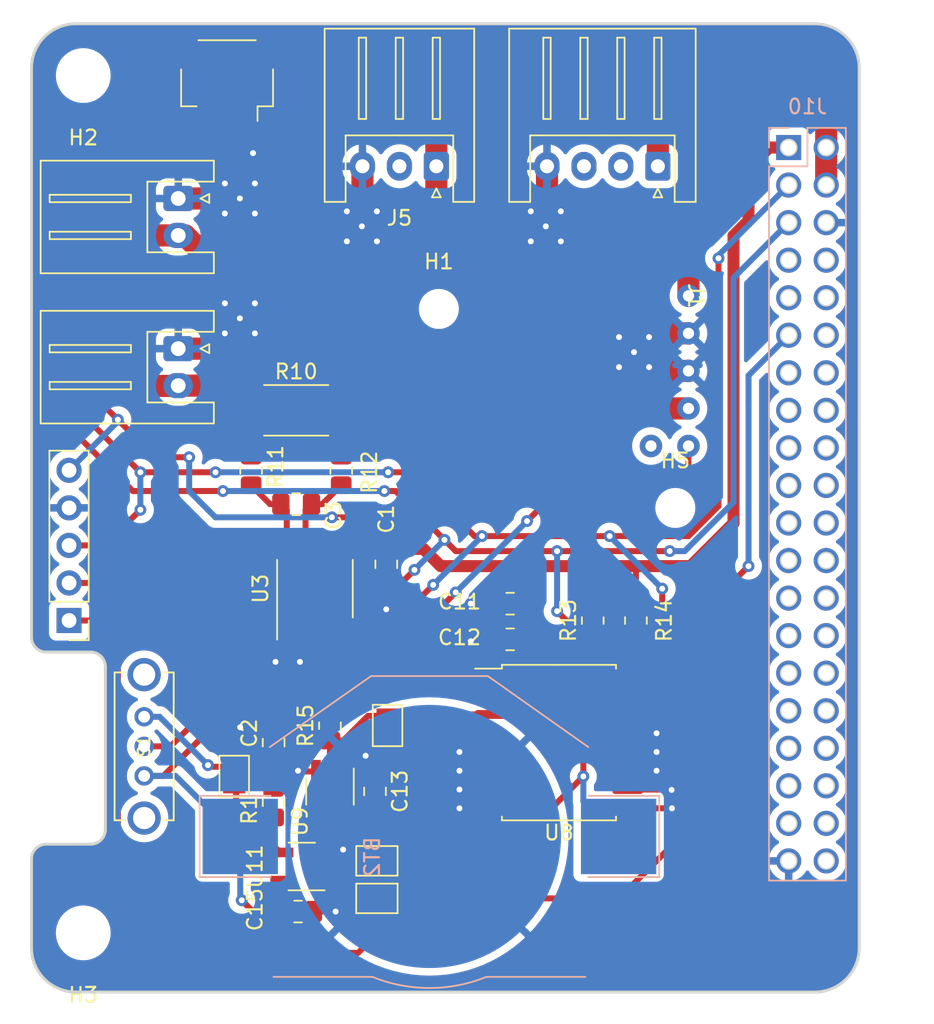
<source format=kicad_pcb>
(kicad_pcb (version 20220621) (generator pcbnew)
  (layers (0 "F.Cu" signal) (31 "B.Cu" signal) (34 "B.Paste" user) (35 "F.Paste" user) (36 "B.SilkS" user "B.Silkscreen") (37 "F.SilkS" user "F.Silkscreen") (38 "B.Mask" user) (39 "F.Mask" user) (44 "Edge.Cuts" user))
  (net 0 "")
  (net 1 "GND")
  (net 2 "+5V")
  (net 4 "VBUS")
  (net 5 "Net-(U3-IN-)")
  (net 6 "Net-(U3-IN+)")
  (net 8 "Net-(JP42-A)")
  (net 9 "/PowerTimer/INT")
  (net 10 "/PowerMonitor/VOUT")
  (net 11 "Vbat")
  (net 12 "Net-(JP2-B)")
  (net 13 "Net-(JP2-A)")
  (net 16 "/PowerTimer/NINT")
  (net 17 "/REG_EN")
  (net 18 "Net-(JP3-B)")
  (net 19 "Net-(JP4-B)")
  (net 20 "/SDA")
  (net 21 "/SCL")
  (net 22 "/HOLD")
  (net 56 "BATT_IN")
  (footprint "Package_SO:SOIC-16W_7.5x10.3mm_P1.27mm" (layer "F.Cu") (at 160.655 114.3)
    (fp_text reference "U8")
    (fp_text value "DS3231M")
  )
  (footprint "EG1213:SW_EG1213" (layer "F.Cu") (at 132.588 114.554 90)
    (fp_text reference "S1")
    (fp_text value "EG1213")
  )
  (footprint "Resistor_SMD:R_2512_6332Metric_Pad1.40x3.35mm_HandSolder" (layer "F.Cu") (at 142.875 91.821)
    (fp_text reference "R10")
    (fp_text value "0.15")
  )
  (footprint "MountingHole:MountingHole_2.2mm_M2" (layer "F.Cu") (at 152.527 84.963)
    (fp_text reference "H1")
    (fp_text value "MountingHole")
  )
  (footprint "Capacitor_SMD:C_0805_2012Metric_Pad1.18x1.45mm_HandSolder" (layer "F.Cu") (at 141.351 114.3 90)
    (fp_text reference "C2")
    (fp_text value "10uF")
  )
  (footprint "Resistor_SMD:R_0805_2012Metric_Pad1.20x1.40mm_HandSolder" (layer "F.Cu") (at 145.161 113.157 -90)
    (fp_text reference "R15")
    (fp_text value "10k")
  )
  (footprint "Resistor_SMD:R_0805_2012Metric_Pad1.20x1.40mm_HandSolder" (layer "F.Cu") (at 165.862 106.045 90)
    (fp_text reference "R14")
    (fp_text value "10k")
  )
  (footprint "Package_TO_SOT_SMD:SOT-23-5_HandSoldering" (layer "F.Cu") (at 145.161 117.602 -90)
    (fp_text reference "U9")
    (fp_text value "74LVC1GU04")
  )
  (footprint "MountingHole:MountingHole_2.2mm_M2" (layer "F.Cu") (at 168.529 98.425)
    (fp_text reference "H5")
    (fp_text value "MountingHole")
  )
  (footprint "Capacitor_SMD:C_0805_2012Metric_Pad1.18x1.45mm_HandSolder" (layer "F.Cu") (at 148.971 102.235 90)
    (fp_text reference "C1")
    (fp_text value "0.1uf")
  )
  (footprint "Connector_JST:JST_XH_S3B-XH-A_1x03_P2.50mm_Horizontal" (layer "F.Cu") (at 152.36 75.311 180)
    (fp_text reference "J5")
    (fp_text value "Conn_01x03")
  )
  (footprint "Connector_JST:JST_XH_S2B-XH-A_1x02_P2.50mm_Horizontal" (layer "F.Cu") (at 134.895 87.65 -90)
    (fp_text reference "J4" hide)
    (fp_text value "Conn_01x02_Male")
  )
  (footprint "Jumper:SolderJumper-2_P1.3mm_Bridged_Pad1.0x1.5mm" (layer "F.Cu") (at 149.0585 113.142 90)
    (fp_text reference "JP42" hide)
    (fp_text value "SolderJumper_2_Bridged")
  )
  (footprint "MountingHole:MountingHole_3.2mm_M3" (layer "F.Cu") (at 128.468 127.174 180)
    (fp_text reference "H3")
    (fp_text value "MountingHole")
  )
  (footprint "MountingHole:MountingHole_3.2mm_M3" (layer "F.Cu") (at 128.468 69.174 180)
    (fp_text reference "H2")
    (fp_text value "MountingHole")
  )
  (footprint "Jumper:SolderJumper-2_P1.3mm_Open_Pad1.0x1.5mm" (layer "F.Cu") (at 148.336 122.301 180)
    (fp_text reference "JP4" hide)
    (fp_text value "SolderJumper_2_Open")
  )
  (footprint "Connector_JST:JST_SH_SM04B-SRSS-TB_1x04-1MP_P1.00mm_Horizontal" (layer "F.Cu") (at 138.2 69.469 180)
    (fp_text reference "J6" hide)
    (fp_text value "Conn_01x04")
  )
  (footprint "Capacitor_SMD:C_0805_2012Metric_Pad1.18x1.45mm_HandSolder" (layer "F.Cu") (at 143.002 125.73 180)
    (fp_text reference "C15")
    (fp_text value ".1uf")
  )
  (footprint "Package_SO:SOIC-8_3.9x4.9mm_P1.27mm" (layer "F.Cu") (at 144.145 103.886 90)
    (fp_text reference "U3")
    (fp_text value "INA219AxD")
  )
  (footprint "Jumper:SolderJumper-2_P1.3mm_Open_Pad1.0x1.5mm" (layer "F.Cu") (at 148.336 124.841 180)
    (fp_text reference "JP3" hide)
    (fp_text value "SolderJumper_2_Open")
  )
  (footprint "Connector_PinHeader_2.54mm:PinHeader_1x05_P2.54mm_Vertical" (layer "F.Cu") (at 127.508 106.04 180)
    (fp_text reference "J2" hide)
    (fp_text value "Conn_01x05")
  )
  (footprint "ADAFRUIT_QT_PY:Pololu-3782" (layer "F.Cu") (at 169.418 84.074 -90)
    (fp_text reference "J1")
    (fp_text value "Pololu-3782")
  )
  (footprint "Jumper:SolderJumper-2_P1.3mm_Open_Pad1.0x1.5mm" (layer "F.Cu") (at 138.684 116.586 90)
    (fp_text reference "JP2" hide)
    (fp_text value "SolderJumper_2_Open")
  )
  (footprint "Resistor_SMD:R_0805_2012Metric_Pad1.20x1.40mm_HandSolder" (layer "F.Cu") (at 139.827 95.885 -90)
    (fp_text reference "R11")
    (fp_text value "10")
  )
  (footprint "Capacitor_SMD:C_0805_2012Metric_Pad1.18x1.45mm_HandSolder" (layer "F.Cu") (at 148.209 117.602 -90)
    (fp_text reference "C13")
    (fp_text value ".1uf")
  )
  (footprint "Resistor_SMD:R_0805_2012Metric_Pad1.20x1.40mm_HandSolder" (layer "F.Cu") (at 162.941 106.045 90)
    (fp_text reference "R13")
    (fp_text value "10k")
  )
  (footprint "Connector_JST:JST_XH_S2B-XH-A_1x02_P2.50mm_Horizontal" (layer "F.Cu") (at 134.895 77.49 -90)
    (fp_text reference "J7" hide)
    (fp_text value "Conn_01x02_Male")
  )
  (footprint "Resistor_SMD:R_0805_2012Metric_Pad1.20x1.40mm_HandSolder" (layer "F.Cu") (at 141.351 118.364 90)
    (fp_text reference "R1")
    (fp_text value "120k")
  )
  (footprint "Resistor_SMD:R_0805_2012Metric_Pad1.20x1.40mm_HandSolder" (layer "F.Cu") (at 145.923 95.885 -90)
    (fp_text reference "R12")
    (fp_text value "10")
  )
  (footprint "Capacitor_SMD:C_0805_2012Metric_Pad1.18x1.45mm_HandSolder" (layer "F.Cu") (at 142.875 98.171 180)
    (fp_text reference "C3")
    (fp_text value "100n")
  )
  (footprint "Connector_JST:JST_XH_S4B-XH-A_1x04_P2.50mm_Horizontal" (layer "F.Cu") (at 167.346 75.311 180)
    (fp_text reference "J8" hide)
    (fp_text value "Conn_01x04")
  )
  (footprint "Capacitor_SMD:C_0805_2012Metric_Pad1.18x1.45mm_HandSolder" (layer "F.Cu") (at 157.353 107.315 180)
    (fp_text reference "C12")
    (fp_text value ".1uf")
  )
  (footprint "Package_TO_SOT_SMD:SOT-23-5_HandSoldering" (layer "F.Cu") (at 143.256 122.682 180)
    (fp_text reference "U11")
    (fp_text value "SN74AUP1G32")
  )
  (footprint "Capacitor_SMD:C_0805_2012Metric_Pad1.18x1.45mm_HandSolder" (layer "F.Cu") (at 157.353 104.902 180)
    (fp_text reference "C11")
    (fp_text value "10uF")
  )
  (footprint "Connector_PinSocket_2.54mm:PinSocket_2x20_P2.54mm_Vertical" (layer "B.Cu") (at 176.198 74.044 180)
    (fp_text reference "J10")
    (fp_text value "Conn_02x20_Odd_Even")
  )
  (footprint "Battery:BatteryHolder_Keystone_3002_1x2032" (layer "B.Cu") (at 151.892 120.65)
    (fp_text reference "BT2")
    (fp_text value "Battery_Cell")
  )
  (gr_circle (center 176.198 76.584) (end 176.698 76.584) (stroke (width 0.2)) (fill none) (layer "Edge.Cuts"))
  (gr_circle (center 178.738 99.444) (end 179.238 99.444) (stroke (width 0.2)) (fill none) (layer "Edge.Cuts"))
  (gr_circle (center 176.198 117.224) (end 176.698 117.224) (stroke (width 0.2)) (fill none) (layer "Edge.Cuts"))
  (gr_line (start 125.968 108.174) (end 128.968 108.174) (stroke (width 0.2)) (layer "Edge.Cuts"))
  (gr_circle (center 176.198 84.204) (end 176.698 84.204) (stroke (width 0.2)) (fill none) (layer "Edge.Cuts"))
  (gr_line (start 177.968 65.674) (end 127.968 65.674) (stroke (width 0.2)) (layer "Edge.Cuts"))
  (gr_arc (start 127.968 131.174) (mid 125.84668 130.29532) (end 124.968 128.174) (stroke (width 0.2)) (layer "Edge.Cuts"))
  (gr_circle (center 176.198 122.304) (end 176.698 122.304) (stroke (width 0.2)) (fill none) (layer "Edge.Cuts"))
  (gr_circle (center 176.198 99.444) (end 176.698 99.444) (stroke (width 0.2)) (fill none) (layer "Edge.Cuts"))
  (gr_circle (center 178.738 84.204) (end 179.238 84.204) (stroke (width 0.2)) (fill none) (layer "Edge.Cuts"))
  (gr_circle (center 178.738 122.304) (end 179.238 122.304) (stroke (width 0.2)) (fill none) (layer "Edge.Cuts"))
  (gr_circle (center 178.738 94.364) (end 179.238 94.364) (stroke (width 0.2)) (fill none) (layer "Edge.Cuts"))
  (gr_arc (start 124.968 68.674) (mid 125.84668 66.55268) (end 127.968 65.674) (stroke (width 0.2)) (layer "Edge.Cuts"))
  (gr_circle (center 176.198 104.524) (end 176.698 104.524) (stroke (width 0.2)) (fill none) (layer "Edge.Cuts"))
  (gr_circle (center 178.738 76.584) (end 179.238 76.584) (stroke (width 0.2)) (fill none) (layer "Edge.Cuts"))
  (gr_circle (center 178.738 112.144) (end 179.238 112.144) (stroke (width 0.2)) (fill none) (layer "Edge.Cuts"))
  (gr_circle (center 176.198 107.064) (end 176.698 107.064) (stroke (width 0.2)) (fill none) (layer "Edge.Cuts"))
  (gr_circle (center 178.738 74.044) (end 179.238 74.044) (stroke (width 0.2)) (fill none) (layer "Edge.Cuts"))
  (gr_circle (center 176.198 101.984) (end 176.698 101.984) (stroke (width 0.2)) (fill none) (layer "Edge.Cuts"))
  (gr_circle (center 176.198 86.744) (end 176.698 86.744) (stroke (width 0.2)) (fill none) (layer "Edge.Cuts"))
  (gr_arc (start 180.968 128.174) (mid 180.08932 130.29532) (end 177.968 131.174) (stroke (width 0.2)) (layer "Edge.Cuts"))
  (gr_circle (center 178.738 114.684) (end 179.238 114.684) (stroke (width 0.2)) (fill none) (layer "Edge.Cuts"))
  (gr_circle (center 176.198 114.684) (end 176.698 114.684) (stroke (width 0.2)) (fill none) (layer "Edge.Cuts"))
  (gr_circle (center 176.198 112.144) (end 176.698 112.144) (stroke (width 0.2)) (fill none) (layer "Edge.Cuts"))
  (gr_circle (center 176.198 79.124) (end 176.698 79.124) (stroke (width 0.2)) (fill none) (layer "Edge.Cuts"))
  (gr_circle (center 176.198 96.904) (end 176.698 96.904) (stroke (width 0.2)) (fill none) (layer "Edge.Cuts"))
  (gr_circle (center 176.198 81.664) (end 176.698 81.664) (stroke (width 0.2)) (fill none) (layer "Edge.Cuts"))
  (gr_circle (center 178.738 109.604) (end 179.238 109.604) (stroke (width 0.2)) (fill none) (layer "Edge.Cuts"))
  (gr_circle (center 178.738 119.764) (end 179.238 119.764) (stroke (width 0.2)) (fill none) (layer "Edge.Cuts"))
  (gr_circle (center 178.738 91.824) (end 179.238 91.824) (stroke (width 0.2)) (fill none) (layer "Edge.Cuts"))
  (gr_circle (center 178.738 107.064) (end 179.238 107.064) (stroke (width 0.2)) (fill none) (layer "Edge.Cuts"))
  (gr_arc (start 177.968 65.674) (mid 180.08932 66.55268) (end 180.968 68.674) (stroke (width 0.2)) (layer "Edge.Cuts"))
  (gr_arc (start 125.968 108.174) (mid 125.260893 107.881107) (end 124.968 107.174) (stroke (width 0.2)) (layer "Edge.Cuts"))
  (gr_arc (start 128.968 108.174) (mid 129.675107 108.466893) (end 129.968 109.174) (stroke (width 0.2)) (layer "Edge.Cuts"))
  (gr_circle (center 178.738 104.524) (end 179.238 104.524) (stroke (width 0.2)) (fill none) (layer "Edge.Cuts"))
  (gr_circle (center 178.738 117.224) (end 179.238 117.224) (stroke (width 0.2)) (fill none) (layer "Edge.Cuts"))
  (gr_circle (center 176.198 91.824) (end 176.698 91.824) (stroke (width 0.2)) (fill none) (layer "Edge.Cuts"))
  (gr_circle (center 178.738 89.284) (end 179.238 89.284) (stroke (width 0.2)) (fill none) (layer "Edge.Cuts"))
  (gr_circle (center 178.738 79.124) (end 179.238 79.124) (stroke (width 0.2)) (fill none) (layer "Edge.Cuts"))
  (gr_circle (center 178.738 96.904) (end 179.238 96.904) (stroke (width 0.2)) (fill none) (layer "Edge.Cuts"))
  (gr_line (start 180.968 128.174) (end 180.968 68.674) (stroke (width 0.2)) (layer "Edge.Cuts"))
  (gr_circle (center 176.198 109.604) (end 176.698 109.604) (stroke (width 0.2)) (fill none) (layer "Edge.Cuts"))
  (gr_line (start 124.968 68.674) (end 124.968 107.174) (stroke (width 0.2)) (layer "Edge.Cuts"))
  (gr_line (start 128.968 121.174) (end 125.968 121.174) (stroke (width 0.2)) (layer "Edge.Cuts"))
  (gr_line (start 129.968 109.174) (end 129.968 120.174) (stroke (width 0.2)) (layer "Edge.Cuts"))
  (gr_circle (center 176.198 119.764) (end 176.698 119.764) (stroke (width 0.2)) (fill none) (layer "Edge.Cuts"))
  (gr_line (start 124.968 122.174) (end 124.968 128.174) (stroke (width 0.2)) (layer "Edge.Cuts"))
  (gr_circle (center 176.198 89.284) (end 176.698 89.284) (stroke (width 0.2)) (fill none) (layer "Edge.Cuts"))
  (gr_circle (center 178.738 86.744) (end 179.238 86.744) (stroke (width 0.2)) (fill none) (layer "Edge.Cuts"))
  (gr_arc (start 124.968 122.174) (mid 125.260893 121.466893) (end 125.968 121.174) (stroke (width 0.2)) (layer "Edge.Cuts"))
  (gr_circle (center 178.738 81.664) (end 179.238 81.664) (stroke (width 0.2)) (fill none) (layer "Edge.Cuts"))
  (gr_circle (center 128.468 127.174) (end 127.118 127.174) (stroke (width 0.2)) (fill none) (layer "Edge.Cuts"))
  (gr_arc (start 129.968 120.174) (mid 129.675107 120.881107) (end 128.968 121.174) (stroke (width 0.2)) (layer "Edge.Cuts"))
  (gr_circle (center 176.198 94.364) (end 176.698 94.364) (stroke (width 0.2)) (fill none) (layer "Edge.Cuts"))
  (gr_circle (center 178.738 101.984) (end 179.238 101.984) (stroke (width 0.2)) (fill none) (layer "Edge.Cuts"))
  (gr_line (start 127.968 131.174) (end 177.968 131.174) (stroke (width 0.2)) (layer "Edge.Cuts"))
  (gr_circle (center 176.198 74.044) (end 176.698 74.044) (stroke (width 0.2)) (fill none) (layer "Edge.Cuts"))
  (gr_circle (center 128.468 69.174) (end 127.118 69.174) (stroke (width 0.2)) (fill none) (layer "Edge.Cuts"))
  (segment (start 134.895 87.65) (end 137.013 87.65) (width 1.5) (layer "F.Cu") (net 1))
  (segment (start 169.418 86.614) (end 167.005 86.614) (width 1.5) (layer "F.Cu") (net 1))
  (segment (start 143.51 108.458) (end 143.129 108.839) (width 0.4064) (layer "F.Cu") (net 1))
  (segment (start 168.2496 117.475) (end 168.275 117.5004) (width 0.4064) (layer "F.Cu") (net 1))
  (segment (start 145.161 103.378) (end 148.8655 103.378) (width 0.4064) (layer "F.Cu") (net 1))
  (segment (start 156.3155 104.902) (end 154.686 104.902) (width 0.4064) (layer "F.Cu") (net 1))
  (segment (start 156.3155 104.902) (end 156.3155 107.315) (width 0.4064) (layer "F.Cu") (net 1))
  (segment (start 144.78 102.997) (end 145.161 103.378) (width 0.4064) (layer "F.Cu") (net 1))
  (segment (start 159.846 75.311) (end 159.846 79.295) (width 1.5) (layer "F.Cu") (net 1))
  (segment (start 165.305 117.475) (end 167.259 117.475) (width 0.4064) (layer "F.Cu") (net 1))
  (segment (start 156.005 117.475) (end 153.924 117.475) (width 0.4064) (layer "F.Cu") (net 1))
  (segment (start 137.013 87.65) (end 139.065 85.598) (width 1.5) (layer "F.Cu") (net 1))
  (segment (start 165.305 114.935) (end 167.259 114.935) (width 0.4064) (layer "F.Cu") (net 1))
  (segment (start 144.78 101.411) (end 144.78 102.997) (width 0.4064) (layer "F.Cu") (net 1))
  (segment (start 159.846 79.295) (end 159.766 79.375) (width 1.5) (layer "F.Cu") (net 1))
  (segment (start 144.0395 125.73) (end 145.542 125.73) (width 0.4064) (layer "F.Cu") (net 1))
  (segment (start 143.049 116.252) (end 143.002 116.205) (width 0.4064) (layer "F.Cu") (net 1))
  (segment (start 143.51 106.361) (end 143.51 108.458) (width 0.4064) (layer "F.Cu") (net 1))
  (segment (start 139.7 74.168) (end 139.954 74.422) (width 0.4064) (layer "F.Cu") (net 1))
  (segment (start 144.211 116.252) (end 143.049 116.252) (width 0.4064) (layer "F.Cu") (net 1))
  (segment (start 148.971 103.2725) (end 148.971 105.283) (width 0.4064) (layer "F.Cu") (net 1))
  (segment (start 156.005 116.205) (end 153.924 116.205) (width 0.4064) (layer "F.Cu") (net 1))
  (segment (start 148.8655 103.378) (end 148.971 103.2725) (width 0.4064) (layer "F.Cu") (net 1))
  (segment (start 165.305 118.745) (end 167.259 118.745) (width 0.4064) (layer "F.Cu") (net 1))
  (segment (start 142.24 106.361) (end 142.24 108.077) (width 0.4064) (layer "F.Cu") (net 1))
  (segment (start 167.005 89.154) (end 166.751 88.9) (width 1.5) (layer "F.Cu") (net 1))
  (segment (start 165.305 116.205) (end 167.259 116.205) (width 0.4064) (layer "F.Cu") (net 1))
  (segment (start 148.209 115.824) (end 147.574 115.189) (width 0.4064) (layer "F.Cu") (net 1))
  (segment (start 156.005 118.745) (end 153.924 118.745) (width 0.4064) (layer "F.Cu") (net 1))
  (segment (start 145.857 121.732) (end 146.05 121.539) (width 0.4064) (layer "F.Cu") (net 1))
  (segment (start 167.005 86.614) (end 166.751 86.868) (width 1.5) (layer "F.Cu") (net 1))
  (segment (start 167.259 118.745) (end 168.3004 118.745) (width 0.4064) (layer "F.Cu") (net 1))
  (segment (start 147.36 79.335) (end 147.32 79.375) (width 1.5) (layer "F.Cu") (net 1))
  (segment (start 167.259 117.475) (end 168.2496 117.475) (width 0.4064) (layer "F.Cu") (net 1))
  (segment (start 142.24 108.077) (end 141.478 108.839) (width 0.4064) (layer "F.Cu") (net 1))
  (segment (start 169.418 89.154) (end 167.005 89.154) (width 1.5) (layer "F.Cu") (net 1))
  (segment (start 134.895 77.49) (end 139.065 77.49) (width 1.5) (layer "F.Cu") (net 1))
  (segment (start 156.005 114.935) (end 153.924 114.935) (width 0.4064) (layer "F.Cu") (net 1))
  (segment (start 154.813 107.315) (end 154.686 107.442) (width 0.4064) (layer "F.Cu") (net 1))
  (segment (start 147.36 75.311) (end 147.36 79.335) (width 1.5) (layer "F.Cu") (net 1))
  (segment (start 148.209 116.5645) (end 148.209 115.824) (width 0.4064) (layer "F.Cu") (net 1))
  (segment (start 141.351 113.2625) (end 139.0865 113.2625) (width 0.4064) (layer "F.Cu") (net 1))
  (segment (start 144.606 121.732) (end 145.857 121.732) (width 0.4064) (layer "F.Cu") (net 1))
  (segment (start 139.7 71.469) (end 139.7 74.168) (width 0.4064) (layer "F.Cu") (net 1))
  (segment (start 165.305 113.665) (end 167.259 113.665) (width 0.4064) (layer "F.Cu") (net 1))
  (segment (start 156.3155 107.315) (end 154.813 107.315) (width 0.4064) (layer "F.Cu") (net 1))
  (via (at 146.05 121.539) (size 0.8) (drill 0.4) (layers "F.Cu" "B.Cu") (net 1))
  (via (at 148.336 78.359) (size 0.8) (drill 0.4) (layers "F.Cu" "B.Cu") (net 1))
  (via (at 167.259 116.205) (size 0.8) (drill 0.4) (layers "F.Cu" "B.Cu") (net 1))
  (via (at 165.735 87.884) (size 0.8) (drill 0.4) (layers "F.Cu" "B.Cu") (net 1))
  (via (at 158.75 78.359) (size 0.8) (drill 0.4) (layers "F.Cu" "B.Cu") (net 1))
  (via (at 145.542 125.73) (size 0.8) (drill 0.4) (layers "F.Cu" "B.Cu") (net 1))
  (via (at 154.686 104.902) (size 0.8) (drill 0.4) (layers "F.Cu" "B.Cu") (net 1))
  (via (at 166.751 88.9) (size 0.8) (drill 0.4) (layers "F.Cu" "B.Cu") (net 1))
  (via (at 153.924 118.745) (size 0.8) (drill 0.4) (layers "F.Cu" "B.Cu") (net 1))
  (via (at 160.782 80.391) (size 0.8) (drill 0.4) (layers "F.Cu" "B.Cu") (net 1))
  (via (at 168.3004 118.745) (size 0.8) (drill 0.4) (layers "F.Cu" "B.Cu") (net 1))
  (via (at 140.081 84.582) (size 0.8) (drill 0.4) (layers "F.Cu" "B.Cu") (net 1))
  (via (at 160.782 78.359) (size 0.8) (drill 0.4) (layers "F.Cu" "B.Cu") (net 1))
  (via (at 167.259 113.665) (size 0.8) (drill 0.4) (layers "F.Cu" "B.Cu") (net 1))
  (via (at 143.129 108.839) (size 0.8) (drill 0.4) (layers "F.Cu" "B.Cu") (net 1))
  (via (at 140.081 76.474) (size 0.8) (drill 0.4) (layers "F.Cu" "B.Cu") (net 1))
  (via (at 153.924 116.205) (size 0.8) (drill 0.4) (layers "F.Cu" "B.Cu") (net 1))
  (via (at 164.719 88.9) (size 0.8) (drill 0.4) (layers "F.Cu" "B.Cu") (net 1))
  (via (at 148.971 105.283) (size 0.8) (drill 0.4) (layers "F.Cu" "B.Cu") (net 1))
  (via (at 138.049 76.474) (size 0.8) (drill 0.4) (layers "F.Cu" "B.Cu") (net 1))
  (via (at 143.002 116.205) (size 0.8) (drill 0.4) (layers "F.Cu" "B.Cu") (net 1))
  (via (at 168.275 117.5004) (size 0.8) (drill 0.4) (layers "F.Cu" "B.Cu") (net 1))
  (via (at 147.574 115.189) (size 0.8) (drill 0.4) (layers "F.Cu" "B.Cu") (net 1))
  (via (at 140.081 78.506) (size 0.8) (drill 0.4) (layers "F.Cu" "B.Cu") (net 1))
  (via (at 158.75 80.391) (size 0.8) (drill 0.4) (layers "F.Cu" "B.Cu") (net 1))
  (via (at 153.924 114.935) (size 0.8) (drill 0.4) (layers "F.Cu" "B.Cu") (net 1))
  (via (at 139.0865 113.2625) (size 0.8) (drill 0.4) (layers "F.Cu" "B.Cu") (net 1))
  (via (at 148.336 80.391) (size 0.8) (drill 0.4) (layers "F.Cu" "B.Cu") (net 1))
  (via (at 166.751 86.868) (size 0.8) (drill 0.4) (layers "F.Cu" "B.Cu") (net 1))
  (via (at 138.049 84.582) (size 0.8) (drill 0.4) (layers "F.Cu" "B.Cu") (net 1))
  (via (at 139.065 85.598) (size 0.8) (drill 0.4) (layers "F.Cu" "B.Cu") (net 1))
  (via (at 140.081 86.614) (size 0.8) (drill 0.4) (layers "F.Cu" "B.Cu") (net 1))
  (via (at 164.719 86.868) (size 0.8) (drill 0.4) (layers "F.Cu" "B.Cu") (net 1))
  (via (at 146.304 78.359) (size 0.8) (drill 0.4) (layers "F.Cu" "B.Cu") (net 1))
  (via (at 147.32 79.375) (size 0.8) (drill 0.4) (layers "F.Cu" "B.Cu") (net 1))
  (via (at 138.049 86.614) (size 0.8) (drill 0.4) (layers "F.Cu" "B.Cu") (net 1))
  (via (at 139.954 74.422) (size 0.8) (drill 0.4) (layers "F.Cu" "B.Cu") (net 1))
  (via (at 154.686 107.442) (size 0.8) (drill 0.4) (layers "F.Cu" "B.Cu") (net 1))
  (via (at 167.259 114.935) (size 0.8) (drill 0.4) (layers "F.Cu" "B.Cu") (net 1))
  (via (at 139.065 77.49) (size 0.8) (drill 0.4) (layers "F.Cu" "B.Cu") (net 1))
  (via (at 146.304 80.391) (size 0.8) (drill 0.4) (layers "F.Cu" "B.Cu") (net 1))
  (via (at 141.478 108.839) (size 0.8) (drill 0.4) (layers "F.Cu" "B.Cu") (net 1))
  (via (at 138.049 78.506) (size 0.8) (drill 0.4) (layers "F.Cu" "B.Cu") (net 1))
  (via (at 153.924 117.475) (size 0.8) (drill 0.4) (layers "F.Cu" "B.Cu") (net 1))
  (via (at 159.766 79.375) (size 0.8) (drill 0.4) (layers "F.Cu" "B.Cu") (net 1))
  (segment (start 170.18 88.773) (end 168.529 88.773) (width 0.4064) (layer "B.Cu") (net 1))
  (segment (start 173.355 69.85) (end 170.815 72.39) (width 1.5) (layer "F.Cu") (net 2))
  (segment (start 170.815 77.47) (end 169.418 78.867) (width 1.5) (layer "F.Cu") (net 2))
  (segment (start 177.8 69.85) (end 173.355 69.85) (width 1.5) (layer "F.Cu") (net 2))
  (segment (start 178.738 76.584) (end 178.738 74.044) (width 1.5) (layer "F.Cu") (net 2))
  (segment (start 178.738 70.788) (end 177.8 69.85) (width 1.5) (layer "F.Cu") (net 2))
  (segment (start 178.738 74.044) (end 178.738 70.788) (width 1.5) (layer "F.Cu") (net 2))
  (segment (start 169.418 78.867) (end 169.418 84.074) (width 1.5) (layer "F.Cu") (net 2))
  (segment (start 170.815 72.39) (end 170.815 77.47) (width 1.5) (layer "F.Cu") (net 2))
  (segment (start 147.955 99.06) (end 145.288 99.06) (width 0.4064) (layer "F.Cu") (net 4))
  (segment (start 158.3905 107.315) (end 158.3905 110.3415) (width 0.4064) (layer "F.Cu") (net 4))
  (segment (start 151.4895 101.1975) (end 148.971 101.1975) (width 0.8128) (layer "F.Cu") (net 4))
  (segment (start 163.068 102.362) (end 158.242 102.362) (width 0.8128) (layer "F.Cu") (net 4))
  (segment (start 174.876 74.044) (end 173.482 75.438) (width 0.8128) (layer "F.Cu") (net 4))
  (segment (start 148.336 99.441) (end 147.955 99.06) (width 0.4064) (layer "F.Cu") (net 4))
  (segment (start 172.466 80.01) (end 172.466 99.455851) (width 0.8128) (layer "F.Cu") (net 4))
  (segment (start 133.35 94.996) (end 130.81 92.456) (width 0.4064) (layer "F.Cu") (net 4))
  (segment (start 135.636 94.996) (end 133.35 94.996) (width 0.4064) (layer "F.Cu") (net 4))
  (segment (start 162.941 105.045) (end 162.941 102.489) (width 0.4064) (layer "F.Cu") (net 4))
  (segment (start 138.7 71.469) (end 138.7 73.644) (width 0.4064) (layer "F.Cu") (net 4))
  (segment (start 137.668 74.676) (end 134.874 74.676) (width 0.4064) (layer "F.Cu") (net 4))
  (segment (start 162.941 102.489) (end 163.068 102.362) (width 0.4064) (layer "F.Cu") (net 4))
  (segment (start 173.482 75.438) (end 173.482 78.994) (width 0.8128) (layer "F.Cu") (net 4))
  (segment (start 128.524 81.026) (end 128.524 88.392) (width 0.4064) (layer "F.Cu") (net 4))
  (segment (start 158.3905 104.902) (end 158.3905 102.5105) (width 0.4064) (layer "F.Cu") (net 4))
  (segment (start 152.654 102.362) (end 151.4895 101.1975) (width 0.8128) (layer "F.Cu") (net 4))
  (segment (start 158.3905 102.5105) (end 158.242 102.362) (width 0.4064) (layer "F.Cu") (net 4))
  (segment (start 138.7 73.644) (end 137.668 74.676) (width 0.4064) (layer "F.Cu") (net 4))
  (segment (start 128.524 90.17) (end 130.81 92.456) (width 0.4064) (layer "F.Cu") (net 4))
  (segment (start 165.862 102.362) (end 163.068 102.362) (width 0.8128) (layer "F.Cu") (net 4))
  (segment (start 173.482 78.994) (end 172.466 80.01) (width 0.8128) (layer "F.Cu") (net 4))
  (segment (start 169.559851 102.362) (end 165.862 102.362) (width 0.8128) (layer "F.Cu") (net 4))
  (segment (start 176.198 74.044) (end 174.876 74.044) (width 0.8128) (layer "F.Cu") (net 4))
  (segment (start 134.874 74.676) (end 128.524 81.026) (width 0.4064) (layer "F.Cu") (net 4))
  (segment (start 165.862 105.045) (end 165.862 102.362) (width 0.4064) (layer "F.Cu") (net 4))
  (segment (start 148.971 101.1975) (end 148.971 100.076) (width 0.4064) (layer "F.Cu") (net 4))
  (segment (start 172.466 99.455851) (end 169.559851 102.362) (width 0.8128) (layer "F.Cu") (net 4))
  (segment (start 148.971 101.1975) (end 146.2635 101.1975) (width 0.4064) (layer "F.Cu") (net 4))
  (segment (start 157.607 111.125) (end 156.005 111.125) (width 0.4064) (layer "F.Cu") (net 4))
  (segment (start 158.3905 110.3415) (end 157.607 111.125) (width 0.4064) (layer "F.Cu") (net 4))
  (segment (start 128.524 88.392) (end 128.524 90.17) (width 0.4064) (layer "F.Cu") (net 4))
  (segment (start 158.3905 104.902) (end 158.3905 107.315) (width 0.4064) (layer "F.Cu") (net 4))
  (segment (start 146.2635 101.1975) (end 146.05 101.411) (width 0.4064) (layer "F.Cu") (net 4))
  (segment (start 148.971 100.076) (end 148.336 99.441) (width 0.4064) (layer "F.Cu") (net 4))
  (segment (start 158.242 102.362) (end 152.654 102.362) (width 0.8128) (layer "F.Cu") (net 4))
  (via (at 130.81 92.456) (size 0.8) (drill 0.4) (layers "F.Cu" "B.Cu") (net 4))
  (via (at 145.288 99.06) (size 0.8) (drill 0.4) (layers "F.Cu" "B.Cu") (net 4))
  (via (at 135.636 94.996) (size 0.8) (drill 0.4) (layers "F.Cu" "B.Cu") (net 4))
  (segment (start 136.906 98.552) (end 135.636 97.282) (width 0.4064) (layer "B.Cu") (net 4))
  (segment (start 130.81 92.578) (end 127.508 95.88) (width 0.4064) (layer "B.Cu") (net 4))
  (segment (start 145.288 99.06) (end 137.414 99.06) (width 0.4064) (layer "B.Cu") (net 4))
  (segment (start 135.636 97.282) (end 135.636 94.996) (width 0.4064) (layer "B.Cu") (net 4))
  (segment (start 130.81 92.456) (end 130.81 92.578) (width 0.4064) (layer "B.Cu") (net 4))
  (segment (start 137.414 99.06) (end 136.906 98.552) (width 0.4064) (layer "B.Cu") (net 4))
  (segment (start 143.9125 98.171) (end 144.637 98.171) (width 0.4064) (layer "F.Cu") (net 5))
  (segment (start 143.51 98.5735) (end 143.9125 98.171) (width 0.4064) (layer "F.Cu") (net 5))
  (segment (start 143.51 101.411) (end 143.51 98.5735) (width 0.4064) (layer "F.Cu") (net 5))
  (segment (start 144.637 98.171) (end 145.923 96.885) (width 0.4064) (layer "F.Cu") (net 5))
  (segment (start 141.113 98.171) (end 139.827 96.885) (width 0.4064) (layer "F.Cu") (net 6))
  (segment (start 141.8375 98.171) (end 141.113 98.171) (width 0.4064) (layer "F.Cu") (net 6))
  (segment (start 142.24 101.411) (end 142.24 98.5735) (width 0.4064) (layer "F.Cu") (net 6))
  (segment (start 142.24 98.5735) (end 141.8375 98.171) (width 0.4064) (layer "F.Cu") (net 6))
  (segment (start 152.908 112.395) (end 151.511 113.792) (width 0.4064) (layer "F.Cu") (net 8))
  (segment (start 151.511 113.792) (end 149.0585 113.792) (width 0.4064) (layer "F.Cu") (net 8))
  (segment (start 156.005 112.395) (end 152.908 112.395) (width 0.4064) (layer "F.Cu") (net 8))
  (segment (start 145.161 114.157) (end 145.161 116.252) (width 0.4064) (layer "F.Cu") (net 9))
  (segment (start 146.066 114.157) (end 145.161 114.157) (width 0.4064) (layer "F.Cu") (net 9))
  (segment (start 149.0585 112.492) (end 147.731 112.492) (width 0.4064) (layer "F.Cu") (net 9))
  (segment (start 147.731 112.492) (end 146.066 114.157) (width 0.4064) (layer "F.Cu") (net 9))
  (segment (start 146.052 91.694) (end 145.925 91.821) (width 1.5) (layer "F.Cu") (net 10))
  (segment (start 145.923 94.885) (end 145.923 91.823) (width 0.4064) (layer "F.Cu") (net 10))
  (segment (start 169.418 91.694) (end 146.052 91.694) (width 1.5) (layer "F.Cu") (net 10))
  (segment (start 139.954 125.73) (end 139.192 124.968) (width 0.4064) (layer "F.Cu") (net 11))
  (segment (start 158.242 120.65) (end 162.306 116.586) (width 0.4064) (layer "F.Cu") (net 11))
  (segment (start 163.449 112.395) (end 165.305 112.395) (width 0.4064) (layer "F.Cu") (net 11))
  (segment (start 146.4235 118.6395) (end 146.111 118.952) (width 0.4064) (layer "F.Cu") (net 11))
  (segment (start 148.209 118.6395) (end 148.2305 118.6395) (width 0.4064) (layer "F.Cu") (net 11))
  (segment (start 162.306 113.538) (end 163.449 112.395) (width 0.4064) (layer "F.Cu") (net 11))
  (segment (start 141.9645 123.6905) (end 141.906 123.632) (width 0.4064) (layer "F.Cu") (net 11))
  (segment (start 162.306 116.586) (end 162.306 113.538) (width 0.4064) (layer "F.Cu") (net 11))
  (segment (start 141.9645 125.73) (end 141.9645 123.6905) (width 0.4064) (layer "F.Cu") (net 11))
  (segment (start 133.89 116.554) (end 132.588 116.554) (width 0.4064) (layer "F.Cu") (net 11))
  (segment (start 148.2305 118.6395) (end 150.241 120.65) (width 0.4064) (layer "F.Cu") (net 11))
  (segment (start 141.9645 125.73) (end 139.954 125.73) (width 0.4064) (layer "F.Cu") (net 11))
  (segment (start 141.9645 126.2165) (end 141.9645 125.73) (width 0.4064) (layer "F.Cu") (net 11))
  (segment (start 148.209 118.6395) (end 146.4235 118.6395) (width 0.4064) (layer "F.Cu") (net 11))
  (segment (start 150.241 120.65) (end 158.242 120.65) (width 0.4064) (layer "F.Cu") (net 11))
  (segment (start 145.161 112.157) (end 138.287 112.157) (width 0.4064) (layer "F.Cu") (net 11))
  (segment (start 138.287 112.157) (end 133.89 116.554) (width 0.4064) (layer "F.Cu") (net 11))
  (via (at 139.192 124.968) (size 0.8) (drill 0.4) (layers "F.Cu" "B.Cu") (net 11))
  (via (at 162.306 116.586) (size 0.8) (drill 0.4) (layers "F.Cu" "B.Cu") (net 11))
  (segment (start 135.636 117.475) (end 138.811 120.65) (width 0.4064) (layer "B.Cu") (net 11))
  (segment (start 139.192 124.968) (end 139.092 124.868) (width 0.4064) (layer "B.Cu") (net 11))
  (segment (start 164.692 120.65) (end 162.306 118.264) (width 0.4064) (layer "B.Cu") (net 11))
  (segment (start 163.322 119.28) (end 163.322 118.364) (width 0.4064) (layer "B.Cu") (net 11))
  (segment (start 132.588 116.554) (end 134.715 116.554) (width 0.4064) (layer "B.Cu") (net 11))
  (segment (start 139.092 124.868) (end 139.092 120.65) (width 0.4064) (layer "B.Cu") (net 11))
  (segment (start 138.811 120.65) (end 139.092 120.65) (width 0.4064) (layer "B.Cu") (net 11))
  (segment (start 164.692 120.65) (end 163.322 119.28) (width 0.4064) (layer "B.Cu") (net 11))
  (segment (start 162.306 118.264) (end 162.306 116.586) (width 0.4064) (layer "B.Cu") (net 11))
  (segment (start 134.715 116.554) (end 135.636 117.475) (width 0.4064) (layer "B.Cu") (net 11))
  (segment (start 138.684 115.936) (end 137.018 115.936) (width 0.4064) (layer "F.Cu") (net 12))
  (segment (start 138.811 115.682) (end 139.207 115.682) (width 0.4064) (layer "F.Cu") (net 12))
  (segment (start 139.207 115.682) (end 139.5515 115.3375) (width 0.4064) (layer "F.Cu") (net 12))
  (segment (start 139.5515 115.3375) (end 141.351 115.3375) (width 0.4064) (layer "F.Cu") (net 12))
  (segment (start 137.018 115.936) (end 136.906 115.824) (width 0.4064) (layer "F.Cu") (net 12))
  (segment (start 141.351 117.364) (end 141.351 115.3375) (width 0.4064) (layer "F.Cu") (net 12))
  (via (at 136.906 115.824) (size 0.8) (drill 0.4) (layers "F.Cu" "B.Cu") (net 12))
  (segment (start 136.906 115.824) (end 133.636 112.554) (width 0.4064) (layer "B.Cu") (net 12))
  (segment (start 133.636 112.554) (end 132.588 112.554) (width 0.4064) (layer "B.Cu") (net 12))
  (segment (start 139.938 119.364) (end 138.811 118.237) (width 0.4064) (layer "F.Cu") (net 13))
  (segment (start 138.811 118.237) (end 138.811 116.982) (width 0.4064) (layer "F.Cu") (net 13))
  (segment (start 141.798 121.732) (end 141.351 121.285) (width 0.4064) (layer "F.Cu") (net 13))
  (segment (start 141.351 121.285) (end 141.351 119.364) (width 0.4064) (layer "F.Cu") (net 13))
  (segment (start 141.351 119.364) (end 139.938 119.364) (width 0.4064) (layer "F.Cu") (net 13))
  (segment (start 141.906 121.732) (end 141.798 121.732) (width 0.4064) (layer "F.Cu") (net 13))
  (segment (start 148.986 121.1446) (end 148.986 122.301) (width 0.4064) (layer "F.Cu") (net 16))
  (segment (start 144.653 120.523) (end 148.3644 120.523) (width 0.4064) (layer "F.Cu") (net 16))
  (segment (start 144.211 120.081) (end 144.653 120.523) (width 0.4064) (layer "F.Cu") (net 16))
  (segment (start 148.3644 120.523) (end 148.986 121.1446) (width 0.4064) (layer "F.Cu") (net 16))
  (segment (start 144.211 118.952) (end 144.211 120.081) (width 0.4064) (layer "F.Cu") (net 16))
  (segment (start 160.782 97.028) (end 166.116 97.028) (width 0.4064) (layer "F.Cu") (net 17))
  (segment (start 135.636 113.284) (end 137.922 110.998) (width 0.4064) (layer "F.Cu") (net 17))
  (segment (start 166.116 97.028) (end 166.878 96.266) (width 0.4064) (layer "F.Cu") (net 17))
  (segment (start 152.908 104.902) (end 153.67 104.14) (width 0.4064) (layer "F.Cu") (net 17))
  (segment (start 158.496 99.314) (end 160.782 97.028) (width 0.4064) (layer "F.Cu") (net 17))
  (segment (start 134.366 114.554) (end 135.636 113.284) (width 0.4064) (layer "F.Cu") (net 17))
  (segment (start 169.418 95.504) (end 169.418 94.234) (width 0.4064) (layer "F.Cu") (net 17))
  (segment (start 137.922 110.998) (end 141.478 110.998) (width 0.4064) (layer "F.Cu") (net 17))
  (segment (start 147.574 110.998) (end 148.844 110.998) (width 0.4064) (layer "F.Cu") (net 17))
  (segment (start 168.656 96.266) (end 169.418 95.504) (width 0.4064) (layer "F.Cu") (net 17))
  (segment (start 152.908 106.426) (end 152.908 104.902) (width 0.4064) (layer "F.Cu") (net 17))
  (segment (start 166.878 96.266) (end 168.656 96.266) (width 0.4064) (layer "F.Cu") (net 17))
  (segment (start 141.478 110.998) (end 147.574 110.998) (width 0.4064) (layer "F.Cu") (net 17))
  (segment (start 148.844 110.998) (end 151.13 108.712) (width 0.4064) (layer "F.Cu") (net 17))
  (segment (start 151.13 108.712) (end 152.908 106.934) (width 0.4064) (layer "F.Cu") (net 17))
  (segment (start 132.588 114.554) (end 134.366 114.554) (width 0.4064) (layer "F.Cu") (net 17))
  (segment (start 152.908 106.934) (end 152.908 106.426) (width 0.4064) (layer "F.Cu") (net 17))
  (via (at 153.67 104.14) (size 0.8) (drill 0.4) (layers "F.Cu" "B.Cu") (net 17))
  (via (at 158.496 99.314) (size 0.8) (drill 0.4) (layers "F.Cu" "B.Cu") (net 17))
  (segment (start 153.67 104.14) (end 158.496 99.314) (width 0.4064) (layer "B.Cu") (net 17))
  (segment (start 147.686 124.841) (end 147.193 124.841) (width 0.4064) (layer "F.Cu") (net 18))
  (segment (start 145.984 123.632) (end 144.606 123.632) (width 0.4064) (layer "F.Cu") (net 18))
  (segment (start 147.193 124.841) (end 145.984 123.632) (width 0.4064) (layer "F.Cu") (net 18))
  (segment (start 147.305 122.682) (end 147.686 122.301) (width 0.4064) (layer "F.Cu") (net 19))
  (segment (start 144.606 122.682) (end 147.305 122.682) (width 0.4064) (layer "F.Cu") (net 19))
  (segment (start 167.64 108.823) (end 165.862 107.045) (width 0.4064) (layer "F.Cu") (net 20))
  (segment (start 165.305 111.125) (end 167.259 111.125) (width 0.4064) (layer "F.Cu") (net 20))
  (segment (start 150.622 96.012) (end 154.94 100.33) (width 0.4064) (layer "F.Cu") (net 20))
  (segment (start 134.366 73.914) (end 127.762 80.518) (width 0.4064) (layer "F.Cu") (net 20))
  (segment (start 130.81 94.488) (end 132.334 96.012) (width 0.4064) (layer "F.Cu") (net 20))
  (segment (start 127.508 100.96) (end 129.926 100.96) (width 0.4064) (layer "F.Cu") (net 20))
  (segment (start 150.368 107.442) (end 151.13 106.68) (width 0.4064) (layer "F.Cu") (net 20))
  (segment (start 166.878 100.33) (end 164.084 100.33) (width 0.4064) (layer "F.Cu") (net 20))
  (segment (start 166.513 107.045) (end 167.64 105.918) (width 0.4064) (layer "F.Cu") (net 20))
  (segment (start 164.084 100.33) (end 155.448 100.33) (width 0.4064) (layer "F.Cu") (net 20))
  (segment (start 149.098 96.012) (end 150.622 96.012) (width 0.4064) (layer "F.Cu") (net 20))
  (segment (start 144.78 106.361) (end 144.78 108.712) (width 0.4064) (layer "F.Cu") (net 20))
  (segment (start 169.418 100.33) (end 166.878 100.33) (width 0.4064) (layer "F.Cu") (net 20))
  (segment (start 165.862 107.045) (end 166.513 107.045) (width 0.4064) (layer "F.Cu") (net 20))
  (segment (start 132.334 96.012) (end 137.414 96.012) (width 0.4064) (layer "F.Cu") (net 20))
  (segment (start 137.7 73.374) (end 137.16 73.914) (width 0.4064) (layer "F.Cu") (net 20))
  (segment (start 127.762 88.392) (end 127.762 91.44) (width 0.4064) (layer "F.Cu") (net 20))
  (segment (start 144.78 108.712) (end 145.542 109.474) (width 0.4064) (layer "F.Cu") (net 20))
  (segment (start 137.16 73.914) (end 134.366 73.914) (width 0.4064) (layer "F.Cu") (net 20))
  (segment (start 151.13 106.68) (end 151.13 104.648) (width 0.4064) (layer "F.Cu") (net 20))
  (segment (start 171.45 81.534) (end 171.45 98.298) (width 0.4064) (layer "F.Cu") (net 20))
  (segment (start 167.64 105.918) (end 167.64 103.886) (width 0.4064) (layer "F.Cu") (net 20))
  (segment (start 171.45 98.298) (end 169.418 100.33) (width 0.4064) (layer "F.Cu") (net 20))
  (segment (start 129.926 100.96) (end 132.334 98.552) (width 0.4064) (layer "F.Cu") (net 20))
  (segment (start 127.762 91.44) (end 130.81 94.488) (width 0.4064) (layer "F.Cu") (net 20))
  (segment (start 165.846 107.061) (end 165.862 107.045) (width 0.4064) (layer "F.Cu") (net 20))
  (segment (start 148.336 109.474) (end 150.368 107.442) (width 0.4064) (layer "F.Cu") (net 20))
  (segment (start 145.542 109.474) (end 147.574 109.474) (width 0.4064) (layer "F.Cu") (net 20))
  (segment (start 147.574 109.474) (end 148.336 109.474) (width 0.4064) (layer "F.Cu") (net 20))
  (segment (start 151.13 104.648) (end 152.146 103.632) (width 0.4064) (layer "F.Cu") (net 20))
  (segment (start 154.94 100.33) (end 155.448 100.33) (width 0.4064) (layer "F.Cu") (net 20))
  (segment (start 167.259 111.125) (end 167.64 110.744) (width 0.4064) (layer "F.Cu") (net 20))
  (segment (start 137.7 71.469) (end 137.7 73.374) (width 0.4064) (layer "F.Cu") (net 20))
  (segment (start 127.762 80.518) (end 127.762 88.392) (width 0.4064) (layer "F.Cu") (net 20))
  (segment (start 167.64 110.744) (end 167.64 108.823) (width 0.4064) (layer "F.Cu") (net 20))
  (via (at 132.334 96.012) (size 0.8) (drill 0.4) (layers "F.Cu" "B.Cu") (net 20))
  (via (at 171.45 81.534) (size 0.8) (drill 0.4) (layers "F.Cu" "B.Cu") (net 20))
  (via (at 167.64 103.886) (size 0.8) (drill 0.4) (layers "F.Cu" "B.Cu") (net 20))
  (via (at 155.448 100.33) (size 0.8) (drill 0.4) (layers "F.Cu" "B.Cu") (net 20))
  (via (at 152.146 103.632) (size 0.8) (drill 0.4) (layers "F.Cu" "B.Cu") (net 20))
  (via (at 164.084 100.33) (size 0.8) (drill 0.4) (layers "F.Cu" "B.Cu") (net 20))
  (via (at 132.334 98.552) (size 0.8) (drill 0.4) (layers "F.Cu" "B.Cu") (net 20))
  (via (at 137.414 96.012) (size 0.8) (drill 0.4) (layers "F.Cu" "B.Cu") (net 20))
  (via (at 149.098 96.012) (size 0.8) (drill 0.4) (layers "F.Cu" "B.Cu") (net 20))
  (segment (start 171.45 81.332) (end 171.45 81.534) (width 0.4064) (layer "B.Cu") (net 20))
  (segment (start 176.198 76.584) (end 171.45 81.332) (width 0.4064) (layer "B.Cu") (net 20))
  (segment (start 152.146 103.632) (end 155.448 100.33) (width 0.4064) (layer "B.Cu") (net 20))
  (segment (start 132.334 98.552) (end 132.334 96.012) (width 0.4064) (layer "B.Cu") (net 20))
  (segment (start 167.64 103.886) (end 164.084 100.33) (width 0.4064) (layer "B.Cu") (net 20))
  (segment (start 137.414 96.012) (end 149.098 96.012) (width 0.4064) (layer "B.Cu") (net 20))
  (segment (start 146.558 108.458) (end 147.574 108.458) (width 0.4064) (layer "F.Cu") (net 21))
  (segment (start 153.67 101.346) (end 152.908 100.584) (width 0.4064) (layer "F.Cu") (net 21))
  (segment (start 150.114 106.172) (end 150.114 105.156) (width 0.4064) (layer "F.Cu") (net 21))
  (segment (start 162.941 107.491) (end 165.305 109.855) (width 0.4064) (layer "F.Cu") (net 21))
  (segment (start 127.762 93.218) (end 131.826 97.282) (width 0.4064) (layer "F.Cu") (net 21))
  (segment (start 130.688 103.5) (end 134.62 99.568) (width 0.4064) (layer "F.Cu") (net 21))
  (segment (start 146.115 106.426) (end 146.05 106.361) (width 0.4064) (layer "F.Cu") (net 21))
  (segment (start 136.7 72.596) (end 136.144 73.152) (width 0.4064) (layer "F.Cu") (net 21))
  (segment (start 133.858 73.152) (end 127 80.01) (width 0.4064) (layer "F.Cu") (net 21))
  (segment (start 127.508 103.5) (end 130.688 103.5) (width 0.4064) (layer "F.Cu") (net 21))
  (segment (start 162.941 107.045) (end 162.941 107.491) (width 0.4064) (layer "F.Cu") (net 21))
  (segment (start 160.528 101.346) (end 153.67 101.346) (width 0.4064) (layer "F.Cu") (net 21))
  (segment (start 131.826 97.282) (end 134.62 97.282) (width 0.4064) (layer "F.Cu") (net 21))
  (segment (start 146.304 108.204) (end 146.558 108.458) (width 0.4064) (layer "F.Cu") (net 21))
  (segment (start 168.148 101.346) (end 160.528 101.346) (width 0.4064) (layer "F.Cu") (net 21))
  (segment (start 149.098 107.188) (end 150.114 106.172) (width 0.4064) (layer "F.Cu") (net 21))
  (segment (start 136.7 71.469) (end 136.7 72.596) (width 0.4064) (layer "F.Cu") (net 21))
  (segment (start 134.62 97.282) (end 137.922 97.282) (width 0.4064) (layer "F.Cu") (net 21))
  (segment (start 127 80.01) (end 127 88.392) (width 0.4064) (layer "F.Cu") (net 21))
  (segment (start 162.941 107.045) (end 162.163 107.045) (width 0.4064) (layer "F.Cu") (net 21))
  (segment (start 146.05 107.696) (end 146.05 107.95) (width 0.4064) (layer "F.Cu") (net 21))
  (segment (start 136.144 73.152) (end 133.858 73.152) (width 0.4064) (layer "F.Cu") (net 21))
  (segment (start 162.163 107.045) (end 160.528 105.41) (width 0.4064) (layer "F.Cu") (net 21))
  (segment (start 127 88.392) (end 127 92.456) (width 0.4064) (layer "F.Cu") (net 21))
  (segment (start 127 92.456) (end 127.762 93.218) (width 0.4064) (layer "F.Cu") (net 21))
  (segment (start 134.62 99.568) (end 134.62 97.282) (width 0.4064) (layer "F.Cu") (net 21))
  (segment (start 150.114 105.156) (end 150.114 103.378) (width 0.4064) (layer "F.Cu") (net 21))
  (segment (start 147.828 108.458) (end 149.098 107.188) (width 0.4064) (layer "F.Cu") (net 21))
  (segment (start 149.606 97.282) (end 152.908 100.584) (width 0.4064) (layer "F.Cu") (net 21))
  (segment (start 147.574 108.458) (end 147.828 108.458) (width 0.4064) (layer "F.Cu") (net 21))
  (segment (start 146.05 106.361) (end 146.05 107.696) (width 0.4064) (layer "F.Cu") (net 21))
  (segment (start 148.844 97.282) (end 149.606 97.282) (width 0.4064) (layer "F.Cu") (net 21))
  (segment (start 146.05 107.95) (end 146.304 108.204) (width 0.4064) (layer "F.Cu") (net 21))
  (segment (start 150.114 103.378) (end 150.876 102.616) (width 0.4064) (layer "F.Cu") (net 21))
  (via (at 160.528 101.346) (size 0.8) (drill 0.4) (layers "F.Cu" "B.Cu") (net 21))
  (via (at 160.528 105.41) (size 0.8) (drill 0.4) (layers "F.Cu" "B.Cu") (net 21))
  (via (at 150.876 102.616) (size 0.8) (drill 0.4) (layers "F.Cu" "B.Cu") (net 21))
  (via (at 148.844 97.282) (size 0.8) (drill 0.4) (layers "F.Cu" "B.Cu") (net 21))
  (via (at 137.922 97.282) (size 0.8) (drill 0.4) (layers "F.Cu" "B.Cu") (net 21))
  (via (at 168.148 101.346) (size 0.8) (drill 0.4) (layers "F.Cu" "B.Cu") (net 21))
  (via (at 152.908 100.584) (size 0.8) (drill 0.4) (layers "F.Cu" "B.Cu") (net 21))
  (segment (start 150.876 102.616) (end 152.908 100.584) (width 0.4064) (layer "B.Cu") (net 21))
  (segment (start 176.198 79.124) (end 172.466 82.856) (width 0.4064) (layer "B.Cu") (net 21))
  (segment (start 169.164 101.346) (end 168.148 101.346) (width 0.4064) (layer "B.Cu") (net 21))
  (segment (start 137.922 97.282) (end 148.844 97.282) (width 0.4064) (layer "B.Cu") (net 21))
  (segment (start 172.466 82.856) (end 172.466 98.044) (width 0.4064) (layer "B.Cu") (net 21))
  (segment (start 172.466 98.044) (end 169.164 101.346) (width 0.4064) (layer "B.Cu") (net 21))
  (segment (start 160.528 105.41) (end 160.528 101.346) (width 0.4064) (layer "B.Cu") (net 21))
  (segment (start 137.668 128.524) (end 130.81 121.666) (width 0.4064) (layer "F.Cu") (net 22))
  (segment (start 130.81 107.95) (end 128.9 106.04) (width 0.4064) (layer "F.Cu") (net 22))
  (segment (start 173.482 102.362) (end 170.18 105.664) (width 0.4064) (layer "F.Cu") (net 22))
  (segment (start 148.986 124.841) (end 148.986 126.604) (width 0.4064) (layer "F.Cu") (net 22))
  (segment (start 170.18 119.38) (end 164.719 124.841) (width 0.4064) (layer "F.Cu") (net 22))
  (segment (start 164.719 124.841) (end 148.986 124.841) (width 0.4064) (layer "F.Cu") (net 22))
  (segment (start 130.81 121.666) (end 130.81 107.95) (width 0.4064) (layer "F.Cu") (net 22))
  (segment (start 148.986 126.604) (end 147.066 128.524) (width 0.4064) (layer "F.Cu") (net 22))
  (segment (start 170.18 105.664) (end 170.18 119.38) (width 0.4064) (layer "F.Cu") (net 22))
  (segment (start 147.066 128.524) (end 137.668 128.524) (width 0.4064) (layer "F.Cu") (net 22))
  (segment (start 128.9 106.04) (end 127.508 106.04) (width 0.4064) (layer "F.Cu") (net 22))
  (via (at 173.482 102.362) (size 0.8) (drill 0.4) (layers "F.Cu" "B.Cu") (net 22))
  (segment (start 173.482 89.46) (end 173.482 91.186) (width 0.4064) (layer "B.Cu") (net 22))
  (segment (start 176.198 86.744) (end 173.482 89.46) (width 0.4064) (layer "B.Cu") (net 22))
  (segment (start 173.482 91.186) (end 173.482 102.362) (width 0.4064) (layer "B.Cu") (net 22))
  (segment (start 134.895 90.15) (end 138.154 90.15) (width 1.5) (layer "F.Cu") (net 56))
  (segment (start 167.346 75.311) (end 167.346 73.366) (width 1.5) (layer "F.Cu") (net 56))
  (segment (start 167.346 73.366) (end 166.37 72.39) (width 1.5) (layer "F.Cu") (net 56))
  (segment (start 138.154 90.15) (end 139.825 91.821) (width 1.5) (layer "F.Cu") (net 56))
  (segment (start 149.86 83.312) (end 144.018 83.312) (width 1.5) (layer "F.Cu") (net 56))
  (segment (start 139.827 94.885) (end 139.827 91.823) (width 0.4064) (layer "F.Cu") (net 56))
  (segment (start 152.36 80.812) (end 149.86 83.312) (width 1.5) (layer "F.Cu") (net 56))
  (segment (start 131.826 88.9) (end 133.096 90.17) (width 1.5) (layer "F.Cu") (net 56))
  (segment (start 135.362 79.99) (end 134.895 79.99) (width 1.5) (layer "F.Cu") (net 56))
  (segment (start 152.36 75.311) (end 152.36 80.812) (width 1.5) (layer "F.Cu") (net 56))
  (segment (start 152.36 73.446) (end 152.36 75.311) (width 1.5) (layer "F.Cu") (net 56))
  (segment (start 133.096 90.17) (end 134.875 90.17) (width 1.5) (layer "F.Cu") (net 56))
  (segment (start 153.416 72.39) (end 152.36 73.446) (width 1.5) (layer "F.Cu") (net 56))
  (segment (start 141.986 81.28) (end 136.652 81.28) (width 1.5) (layer "F.Cu") (net 56))
  (segment (start 134.875 90.17) (end 134.895 90.15) (width 1.5) (layer "F.Cu") (net 56))
  (segment (start 134.895 79.99) (end 133.116 79.99) (width 1.5) (layer "F.Cu") (net 56))
  (segment (start 166.37 72.39) (end 153.416 72.39) (width 1.5) (layer "F.Cu") (net 56))
  (segment (start 136.652 81.28) (end 135.362 79.99) (width 1.5) (layer "F.Cu") (net 56))
  (segment (start 144.018 83.312) (end 141.986 81.28) (width 1.5) (layer "F.Cu") (net 56))
  (segment (start 131.826 81.28) (end 131.826 88.9) (width 1.5) (layer "F.Cu") (net 56))
  (segment (start 133.116 79.99) (end 131.826 81.28) (width 1.5) (layer "F.Cu") (net 56))
  (zone (net 1) (net_name "GND") (layer "F.Cu") (connect_pads (clearance 0.508)) (min_thickness 0.254) (fill yes (thermal_gap 0.508) (thermal_bridge_width 0.508) (island_removal_mode 2) (island_area_min 10))
    (polygon (pts (xy 141.097 79.502) (xy 137.16 79.502) (xy 137.16 75.692) (xy 141.097 75.692)))
  )
  (zone (net 1) (net_name "GND") (layer "F.Cu") (connect_pads (clearance 0.508)) (min_thickness 0.254) (fill yes (thermal_gap 0.508) (thermal_bridge_width 0.508) (island_removal_mode 2) (island_area_min 10))
    (polygon (pts (xy 141.097 87.376) (xy 137.16 87.376) (xy 137.16 83.566) (xy 141.097 83.566)))
  )
  (zone (net 1) (net_name "GND") (layer "F.Cu") (connect_pads (clearance 0.508)) (min_thickness 0.254) (fill yes (thermal_gap 0.508) (thermal_bridge_width 0.508) (island_removal_mode 2) (island_area_min 10))
    (polygon (pts (xy 167.64 89.789) (xy 163.703 89.789) (xy 163.703 85.979) (xy 167.64 85.979)))
  )
  (zone (net 1) (net_name "GND") (layer "F.Cu") (connect_pads (clearance 0.508)) (min_thickness 0.254) (fill yes (thermal_gap 0.508) (thermal_bridge_width 0.508) (island_removal_mode 2) (island_area_min 10))
    (polygon (pts (xy 149.225 81.28) (xy 145.415 81.28) (xy 145.415 77.47) (xy 149.225 77.47)))
  )
  (zone (net 1) (net_name "GND") (layer "F.Cu") (connect_pads (clearance 0.508)) (min_thickness 0.254) (fill yes (thermal_gap 0.508) (thermal_bridge_width 0.508) (island_removal_mode 2) (island_area_min 10))
    (polygon (pts (xy 161.671 81.28) (xy 157.734 81.28) (xy 157.734 77.47) (xy 161.671 77.47)))
  )
  (zone (net 1) (net_name "GND") (layer "B.Cu") (connect_pads (clearance 0.508)) (min_thickness 0.254) (fill yes (thermal_gap 0.508) (thermal_bridge_width 0.508) (island_removal_mode 2) (island_area_min 10))
    (polygon (pts (xy 182.88 133.35) (xy 124.46 133.35) (xy 124.46 64.77) (xy 182.88 64.77)))
  )
)
</source>
